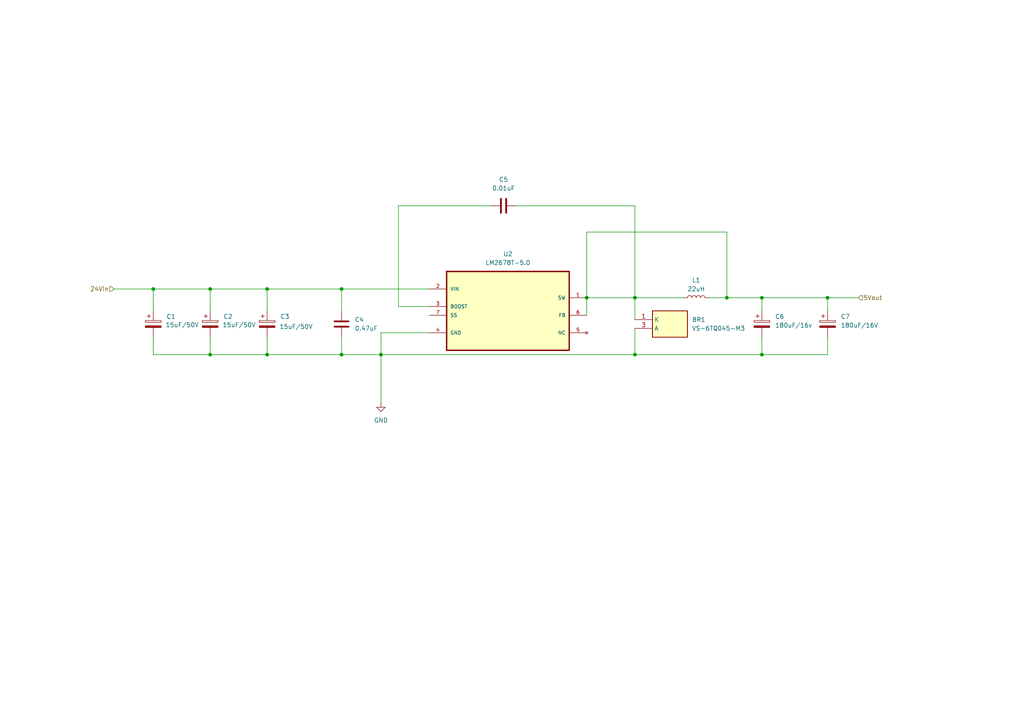
<source format=kicad_sch>
(kicad_sch
	(version 20231120)
	(generator "eeschema")
	(generator_version "8.0")
	(uuid "161c6356-5184-4868-90e2-16d6689b1f08")
	(paper "A4")
	(lib_symbols
		(symbol "Device:C"
			(pin_numbers hide)
			(pin_names
				(offset 0.254)
			)
			(exclude_from_sim no)
			(in_bom yes)
			(on_board yes)
			(property "Reference" "C"
				(at 0.635 2.54 0)
				(effects
					(font
						(size 1.27 1.27)
					)
					(justify left)
				)
			)
			(property "Value" "C"
				(at 0.635 -2.54 0)
				(effects
					(font
						(size 1.27 1.27)
					)
					(justify left)
				)
			)
			(property "Footprint" ""
				(at 0.9652 -3.81 0)
				(effects
					(font
						(size 1.27 1.27)
					)
					(hide yes)
				)
			)
			(property "Datasheet" "~"
				(at 0 0 0)
				(effects
					(font
						(size 1.27 1.27)
					)
					(hide yes)
				)
			)
			(property "Description" "Unpolarized capacitor"
				(at 0 0 0)
				(effects
					(font
						(size 1.27 1.27)
					)
					(hide yes)
				)
			)
			(property "ki_keywords" "cap capacitor"
				(at 0 0 0)
				(effects
					(font
						(size 1.27 1.27)
					)
					(hide yes)
				)
			)
			(property "ki_fp_filters" "C_*"
				(at 0 0 0)
				(effects
					(font
						(size 1.27 1.27)
					)
					(hide yes)
				)
			)
			(symbol "C_0_1"
				(polyline
					(pts
						(xy -2.032 -0.762) (xy 2.032 -0.762)
					)
					(stroke
						(width 0.508)
						(type default)
					)
					(fill
						(type none)
					)
				)
				(polyline
					(pts
						(xy -2.032 0.762) (xy 2.032 0.762)
					)
					(stroke
						(width 0.508)
						(type default)
					)
					(fill
						(type none)
					)
				)
			)
			(symbol "C_1_1"
				(pin passive line
					(at 0 3.81 270)
					(length 2.794)
					(name "~"
						(effects
							(font
								(size 1.27 1.27)
							)
						)
					)
					(number "1"
						(effects
							(font
								(size 1.27 1.27)
							)
						)
					)
				)
				(pin passive line
					(at 0 -3.81 90)
					(length 2.794)
					(name "~"
						(effects
							(font
								(size 1.27 1.27)
							)
						)
					)
					(number "2"
						(effects
							(font
								(size 1.27 1.27)
							)
						)
					)
				)
			)
		)
		(symbol "Device:C_Polarized"
			(pin_numbers hide)
			(pin_names
				(offset 0.254)
			)
			(exclude_from_sim no)
			(in_bom yes)
			(on_board yes)
			(property "Reference" "C"
				(at 0.635 2.54 0)
				(effects
					(font
						(size 1.27 1.27)
					)
					(justify left)
				)
			)
			(property "Value" "C_Polarized"
				(at 0.635 -2.54 0)
				(effects
					(font
						(size 1.27 1.27)
					)
					(justify left)
				)
			)
			(property "Footprint" ""
				(at 0.9652 -3.81 0)
				(effects
					(font
						(size 1.27 1.27)
					)
					(hide yes)
				)
			)
			(property "Datasheet" "~"
				(at 0 0 0)
				(effects
					(font
						(size 1.27 1.27)
					)
					(hide yes)
				)
			)
			(property "Description" "Polarized capacitor"
				(at 0 0 0)
				(effects
					(font
						(size 1.27 1.27)
					)
					(hide yes)
				)
			)
			(property "ki_keywords" "cap capacitor"
				(at 0 0 0)
				(effects
					(font
						(size 1.27 1.27)
					)
					(hide yes)
				)
			)
			(property "ki_fp_filters" "CP_*"
				(at 0 0 0)
				(effects
					(font
						(size 1.27 1.27)
					)
					(hide yes)
				)
			)
			(symbol "C_Polarized_0_1"
				(rectangle
					(start -2.286 0.508)
					(end 2.286 1.016)
					(stroke
						(width 0)
						(type default)
					)
					(fill
						(type none)
					)
				)
				(polyline
					(pts
						(xy -1.778 2.286) (xy -0.762 2.286)
					)
					(stroke
						(width 0)
						(type default)
					)
					(fill
						(type none)
					)
				)
				(polyline
					(pts
						(xy -1.27 2.794) (xy -1.27 1.778)
					)
					(stroke
						(width 0)
						(type default)
					)
					(fill
						(type none)
					)
				)
				(rectangle
					(start 2.286 -0.508)
					(end -2.286 -1.016)
					(stroke
						(width 0)
						(type default)
					)
					(fill
						(type outline)
					)
				)
			)
			(symbol "C_Polarized_1_1"
				(pin passive line
					(at 0 3.81 270)
					(length 2.794)
					(name "~"
						(effects
							(font
								(size 1.27 1.27)
							)
						)
					)
					(number "1"
						(effects
							(font
								(size 1.27 1.27)
							)
						)
					)
				)
				(pin passive line
					(at 0 -3.81 90)
					(length 2.794)
					(name "~"
						(effects
							(font
								(size 1.27 1.27)
							)
						)
					)
					(number "2"
						(effects
							(font
								(size 1.27 1.27)
							)
						)
					)
				)
			)
		)
		(symbol "Device:L"
			(pin_numbers hide)
			(pin_names
				(offset 1.016) hide)
			(exclude_from_sim no)
			(in_bom yes)
			(on_board yes)
			(property "Reference" "L"
				(at -1.27 0 90)
				(effects
					(font
						(size 1.27 1.27)
					)
				)
			)
			(property "Value" "L"
				(at 1.905 0 90)
				(effects
					(font
						(size 1.27 1.27)
					)
				)
			)
			(property "Footprint" ""
				(at 0 0 0)
				(effects
					(font
						(size 1.27 1.27)
					)
					(hide yes)
				)
			)
			(property "Datasheet" "~"
				(at 0 0 0)
				(effects
					(font
						(size 1.27 1.27)
					)
					(hide yes)
				)
			)
			(property "Description" "Inductor"
				(at 0 0 0)
				(effects
					(font
						(size 1.27 1.27)
					)
					(hide yes)
				)
			)
			(property "ki_keywords" "inductor choke coil reactor magnetic"
				(at 0 0 0)
				(effects
					(font
						(size 1.27 1.27)
					)
					(hide yes)
				)
			)
			(property "ki_fp_filters" "Choke_* *Coil* Inductor_* L_*"
				(at 0 0 0)
				(effects
					(font
						(size 1.27 1.27)
					)
					(hide yes)
				)
			)
			(symbol "L_0_1"
				(arc
					(start 0 -2.54)
					(mid 0.6323 -1.905)
					(end 0 -1.27)
					(stroke
						(width 0)
						(type default)
					)
					(fill
						(type none)
					)
				)
				(arc
					(start 0 -1.27)
					(mid 0.6323 -0.635)
					(end 0 0)
					(stroke
						(width 0)
						(type default)
					)
					(fill
						(type none)
					)
				)
				(arc
					(start 0 0)
					(mid 0.6323 0.635)
					(end 0 1.27)
					(stroke
						(width 0)
						(type default)
					)
					(fill
						(type none)
					)
				)
				(arc
					(start 0 1.27)
					(mid 0.6323 1.905)
					(end 0 2.54)
					(stroke
						(width 0)
						(type default)
					)
					(fill
						(type none)
					)
				)
			)
			(symbol "L_1_1"
				(pin passive line
					(at 0 3.81 270)
					(length 1.27)
					(name "1"
						(effects
							(font
								(size 1.27 1.27)
							)
						)
					)
					(number "1"
						(effects
							(font
								(size 1.27 1.27)
							)
						)
					)
				)
				(pin passive line
					(at 0 -3.81 90)
					(length 1.27)
					(name "2"
						(effects
							(font
								(size 1.27 1.27)
							)
						)
					)
					(number "2"
						(effects
							(font
								(size 1.27 1.27)
							)
						)
					)
				)
			)
		)
		(symbol "LM2678T-5.0:LM2678T-5.0"
			(pin_names
				(offset 1.016)
			)
			(exclude_from_sim no)
			(in_bom yes)
			(on_board yes)
			(property "Reference" "U"
				(at -4.7771 8.6648 0)
				(effects
					(font
						(size 1.27 1.27)
					)
					(justify left bottom)
				)
			)
			(property "Value" "LM2678T-5.0"
				(at -5.8724 -18.0749 0)
				(effects
					(font
						(size 1.27 1.27)
					)
					(justify left bottom)
				)
			)
			(property "Footprint" "LM2678T-5.0:TO127P457X1016X2052-7P"
				(at 0 0 0)
				(effects
					(font
						(size 1.27 1.27)
					)
					(justify bottom)
					(hide yes)
				)
			)
			(property "Datasheet" ""
				(at 0 0 0)
				(effects
					(font
						(size 1.27 1.27)
					)
					(hide yes)
				)
			)
			(property "Description" ""
				(at 0 0 0)
				(effects
					(font
						(size 1.27 1.27)
					)
					(hide yes)
				)
			)
			(property "MF" "Texas Instruments"
				(at 0 0 0)
				(effects
					(font
						(size 1.27 1.27)
					)
					(justify bottom)
					(hide yes)
				)
			)
			(property "Description_1" "\n8V to 40V, 5A SIMPLE SWITCHER buck converter with high efficiency 7-TO-220 -40 to 125\n"
				(at 0 0 0)
				(effects
					(font
						(size 1.27 1.27)
					)
					(justify bottom)
					(hide yes)
				)
			)
			(property "PACKAGE" "TO-220-7"
				(at 0 0 0)
				(effects
					(font
						(size 1.27 1.27)
					)
					(justify bottom)
					(hide yes)
				)
			)
			(property "MPN" "LLM2678T-5.0"
				(at 0 0 0)
				(effects
					(font
						(size 1.27 1.27)
					)
					(justify bottom)
					(hide yes)
				)
			)
			(property "Price" "None"
				(at 0 0 0)
				(effects
					(font
						(size 1.27 1.27)
					)
					(justify bottom)
					(hide yes)
				)
			)
			(property "Package" "TO-220-7 Texas Instruments"
				(at 0 0 0)
				(effects
					(font
						(size 1.27 1.27)
					)
					(justify bottom)
					(hide yes)
				)
			)
			(property "OC_FARNELL" "9778365"
				(at 0 0 0)
				(effects
					(font
						(size 1.27 1.27)
					)
					(justify bottom)
					(hide yes)
				)
			)
			(property "SnapEDA_Link" "https://www.snapeda.com/parts/LM2678T-5.0/Texas+Instruments/view-part/?ref=snap"
				(at 0 0 0)
				(effects
					(font
						(size 1.27 1.27)
					)
					(justify bottom)
					(hide yes)
				)
			)
			(property "MP" "LM2678T-5.0"
				(at 0 0 0)
				(effects
					(font
						(size 1.27 1.27)
					)
					(justify bottom)
					(hide yes)
				)
			)
			(property "Purchase-URL" "https://www.snapeda.com/api/url_track_click_mouser/?unipart_id=23898&manufacturer=Texas Instruments&part_name=LM2678T-5.0&search_term=None"
				(at 0 0 0)
				(effects
					(font
						(size 1.27 1.27)
					)
					(justify bottom)
					(hide yes)
				)
			)
			(property "SUPPLIER" "NATIONAL SEMICONDUCTOR"
				(at 0 0 0)
				(effects
					(font
						(size 1.27 1.27)
					)
					(justify bottom)
					(hide yes)
				)
			)
			(property "OC_NEWARK" "41K4208"
				(at 0 0 0)
				(effects
					(font
						(size 1.27 1.27)
					)
					(justify bottom)
					(hide yes)
				)
			)
			(property "Availability" "In Stock"
				(at 0 0 0)
				(effects
					(font
						(size 1.27 1.27)
					)
					(justify bottom)
					(hide yes)
				)
			)
			(property "Check_prices" "https://www.snapeda.com/parts/LM2678T-5.0/Texas+Instruments/view-part/?ref=eda"
				(at 0 0 0)
				(effects
					(font
						(size 1.27 1.27)
					)
					(justify bottom)
					(hide yes)
				)
			)
			(symbol "LM2678T-5.0_0_0"
				(rectangle
					(start -17.78 -15.24)
					(end 17.78 7.62)
					(stroke
						(width 0.4064)
						(type default)
					)
					(fill
						(type background)
					)
				)
				(pin output line
					(at 22.86 0 180)
					(length 5.08)
					(name "SW"
						(effects
							(font
								(size 1.016 1.016)
							)
						)
					)
					(number "1"
						(effects
							(font
								(size 1.016 1.016)
							)
						)
					)
				)
				(pin input line
					(at -22.86 2.54 0)
					(length 5.08)
					(name "VIN"
						(effects
							(font
								(size 1.016 1.016)
							)
						)
					)
					(number "2"
						(effects
							(font
								(size 1.016 1.016)
							)
						)
					)
				)
				(pin passive line
					(at -22.86 -2.54 0)
					(length 5.08)
					(name "BOOST"
						(effects
							(font
								(size 1.016 1.016)
							)
						)
					)
					(number "3"
						(effects
							(font
								(size 1.016 1.016)
							)
						)
					)
				)
				(pin passive line
					(at -22.86 -10.16 0)
					(length 5.08)
					(name "GND"
						(effects
							(font
								(size 1.016 1.016)
							)
						)
					)
					(number "4"
						(effects
							(font
								(size 1.016 1.016)
							)
						)
					)
				)
				(pin no_connect line
					(at 22.86 -10.16 180)
					(length 5.08)
					(name "NC"
						(effects
							(font
								(size 1.016 1.016)
							)
						)
					)
					(number "5"
						(effects
							(font
								(size 1.016 1.016)
							)
						)
					)
				)
				(pin passive line
					(at 22.86 -5.08 180)
					(length 5.08)
					(name "FB"
						(effects
							(font
								(size 1.016 1.016)
							)
						)
					)
					(number "6"
						(effects
							(font
								(size 1.016 1.016)
							)
						)
					)
				)
				(pin passive line
					(at -22.86 -5.08 0)
					(length 5.08)
					(name "SS"
						(effects
							(font
								(size 1.016 1.016)
							)
						)
					)
					(number "7"
						(effects
							(font
								(size 1.016 1.016)
							)
						)
					)
				)
			)
		)
		(symbol "VS-6TQ045-M3:VS-6TQ045-M3"
			(exclude_from_sim no)
			(in_bom yes)
			(on_board yes)
			(property "Reference" "BR"
				(at 16.51 7.62 0)
				(effects
					(font
						(size 1.27 1.27)
					)
					(justify left top)
				)
			)
			(property "Value" "VS-6TQ045-M3"
				(at 16.51 5.08 0)
				(effects
					(font
						(size 1.27 1.27)
					)
					(justify left top)
				)
			)
			(property "Footprint" "VS6TQ045M3"
				(at 16.51 -94.92 0)
				(effects
					(font
						(size 1.27 1.27)
					)
					(justify left top)
					(hide yes)
				)
			)
			(property "Datasheet" "https://www.mouser.ch/datasheet/2/427/vs-6tq035-m3-1769696.pdf"
				(at 16.51 -194.92 0)
				(effects
					(font
						(size 1.27 1.27)
					)
					(justify left top)
					(hide yes)
				)
			)
			(property "Description" "Schottky Diodes & Rectifiers 45V 6A IF Single TO-220AC"
				(at 0 0 0)
				(effects
					(font
						(size 1.27 1.27)
					)
					(hide yes)
				)
			)
			(property "Height" "19.17"
				(at 16.51 -394.92 0)
				(effects
					(font
						(size 1.27 1.27)
					)
					(justify left top)
					(hide yes)
				)
			)
			(property "Mouser Part Number" "78-VS-6TQ045-M3"
				(at 16.51 -494.92 0)
				(effects
					(font
						(size 1.27 1.27)
					)
					(justify left top)
					(hide yes)
				)
			)
			(property "Mouser Price/Stock" "https://www.mouser.co.uk/ProductDetail/Vishay-Semiconductors/VS-6TQ045-M3?qs=MLItCLRbWswl6FGWefy0tQ%3D%3D"
				(at 16.51 -594.92 0)
				(effects
					(font
						(size 1.27 1.27)
					)
					(justify left top)
					(hide yes)
				)
			)
			(property "Manufacturer_Name" "Vishay"
				(at 16.51 -694.92 0)
				(effects
					(font
						(size 1.27 1.27)
					)
					(justify left top)
					(hide yes)
				)
			)
			(property "Manufacturer_Part_Number" "VS-6TQ045-M3"
				(at 16.51 -794.92 0)
				(effects
					(font
						(size 1.27 1.27)
					)
					(justify left top)
					(hide yes)
				)
			)
			(symbol "VS-6TQ045-M3_1_1"
				(rectangle
					(start 5.08 2.54)
					(end 15.24 -5.08)
					(stroke
						(width 0.254)
						(type default)
					)
					(fill
						(type background)
					)
				)
				(pin passive line
					(at 0 0 0)
					(length 5.08)
					(name "K"
						(effects
							(font
								(size 1.27 1.27)
							)
						)
					)
					(number "1"
						(effects
							(font
								(size 1.27 1.27)
							)
						)
					)
				)
				(pin passive line
					(at 0 -2.54 0)
					(length 5.08)
					(name "A"
						(effects
							(font
								(size 1.27 1.27)
							)
						)
					)
					(number "3"
						(effects
							(font
								(size 1.27 1.27)
							)
						)
					)
				)
			)
		)
		(symbol "power:GND"
			(power)
			(pin_numbers hide)
			(pin_names
				(offset 0) hide)
			(exclude_from_sim no)
			(in_bom yes)
			(on_board yes)
			(property "Reference" "#PWR"
				(at 0 -6.35 0)
				(effects
					(font
						(size 1.27 1.27)
					)
					(hide yes)
				)
			)
			(property "Value" "GND"
				(at 0 -3.81 0)
				(effects
					(font
						(size 1.27 1.27)
					)
				)
			)
			(property "Footprint" ""
				(at 0 0 0)
				(effects
					(font
						(size 1.27 1.27)
					)
					(hide yes)
				)
			)
			(property "Datasheet" ""
				(at 0 0 0)
				(effects
					(font
						(size 1.27 1.27)
					)
					(hide yes)
				)
			)
			(property "Description" "Power symbol creates a global label with name \"GND\" , ground"
				(at 0 0 0)
				(effects
					(font
						(size 1.27 1.27)
					)
					(hide yes)
				)
			)
			(property "ki_keywords" "global power"
				(at 0 0 0)
				(effects
					(font
						(size 1.27 1.27)
					)
					(hide yes)
				)
			)
			(symbol "GND_0_1"
				(polyline
					(pts
						(xy 0 0) (xy 0 -1.27) (xy 1.27 -1.27) (xy 0 -2.54) (xy -1.27 -1.27) (xy 0 -1.27)
					)
					(stroke
						(width 0)
						(type default)
					)
					(fill
						(type none)
					)
				)
			)
			(symbol "GND_1_1"
				(pin power_in line
					(at 0 0 270)
					(length 0)
					(name "~"
						(effects
							(font
								(size 1.27 1.27)
							)
						)
					)
					(number "1"
						(effects
							(font
								(size 1.27 1.27)
							)
						)
					)
				)
			)
		)
	)
	(junction
		(at 110.49 102.87)
		(diameter 0)
		(color 0 0 0 0)
		(uuid "00ee67c7-9386-4319-bda8-25ef3ed7c418")
	)
	(junction
		(at 77.47 83.82)
		(diameter 0)
		(color 0 0 0 0)
		(uuid "202a1246-7f59-4cc8-92bb-b22ae472417a")
	)
	(junction
		(at 77.47 102.87)
		(diameter 0)
		(color 0 0 0 0)
		(uuid "24f180da-b605-4f7c-9509-cc543fa64940")
	)
	(junction
		(at 184.15 86.36)
		(diameter 0)
		(color 0 0 0 0)
		(uuid "38a1968d-7f70-4dbe-b6b2-1f0e01533afa")
	)
	(junction
		(at 184.15 102.87)
		(diameter 0)
		(color 0 0 0 0)
		(uuid "47c34d7f-4907-4ad8-ae94-2732bb05ebd6")
	)
	(junction
		(at 210.82 86.36)
		(diameter 0)
		(color 0 0 0 0)
		(uuid "49a46bc8-44ee-4a45-80c3-a516d1195c3b")
	)
	(junction
		(at 44.45 83.82)
		(diameter 0)
		(color 0 0 0 0)
		(uuid "5615df27-f1eb-4d6f-b031-9b0a76ef93f0")
	)
	(junction
		(at 99.06 83.82)
		(diameter 0)
		(color 0 0 0 0)
		(uuid "565efb9c-7bde-4276-8e15-efc7e7bd12a0")
	)
	(junction
		(at 240.03 86.36)
		(diameter 0)
		(color 0 0 0 0)
		(uuid "8f8f47db-2c03-483c-a372-99c1a183ab56")
	)
	(junction
		(at 60.96 83.82)
		(diameter 0)
		(color 0 0 0 0)
		(uuid "908e5566-3130-49b6-9fd2-b123aacd4022")
	)
	(junction
		(at 60.96 102.87)
		(diameter 0)
		(color 0 0 0 0)
		(uuid "a1c755cc-b48d-48be-91ef-b5cbf21c1c61")
	)
	(junction
		(at 170.18 86.36)
		(diameter 0)
		(color 0 0 0 0)
		(uuid "dda59c05-fcda-4daf-8698-30eeead5d101")
	)
	(junction
		(at 220.98 86.36)
		(diameter 0)
		(color 0 0 0 0)
		(uuid "f88355c6-98a1-48f7-b2ed-4ac2ec5bac93")
	)
	(junction
		(at 99.06 102.87)
		(diameter 0)
		(color 0 0 0 0)
		(uuid "fb99f140-a92b-4e38-8432-42715a448243")
	)
	(junction
		(at 220.98 102.87)
		(diameter 0)
		(color 0 0 0 0)
		(uuid "fc61b9ca-d5ab-4d36-8857-6cd52d6b1084")
	)
	(wire
		(pts
			(xy 99.06 97.79) (xy 99.06 102.87)
		)
		(stroke
			(width 0)
			(type default)
		)
		(uuid "054b353f-5d71-4cfa-b563-71cec4cd9c73")
	)
	(wire
		(pts
			(xy 170.18 86.36) (xy 170.18 67.31)
		)
		(stroke
			(width 0)
			(type default)
		)
		(uuid "0db637ce-4f01-4143-91b3-0a957ec6f6bb")
	)
	(wire
		(pts
			(xy 33.02 83.82) (xy 44.45 83.82)
		)
		(stroke
			(width 0)
			(type default)
		)
		(uuid "100aa017-6989-474e-b4b8-894a55e7ab49")
	)
	(wire
		(pts
			(xy 115.57 88.9) (xy 115.57 59.69)
		)
		(stroke
			(width 0)
			(type default)
		)
		(uuid "1bea4fc8-b147-478c-8634-028c8b2fa35d")
	)
	(wire
		(pts
			(xy 210.82 86.36) (xy 220.98 86.36)
		)
		(stroke
			(width 0)
			(type default)
		)
		(uuid "1eeb72a6-b677-404e-bb32-55855478d3eb")
	)
	(wire
		(pts
			(xy 170.18 67.31) (xy 210.82 67.31)
		)
		(stroke
			(width 0)
			(type default)
		)
		(uuid "258075bf-447a-4e76-8ad7-f50e5a5893d6")
	)
	(wire
		(pts
			(xy 110.49 102.87) (xy 110.49 96.52)
		)
		(stroke
			(width 0)
			(type default)
		)
		(uuid "26eaa6e4-803a-42e4-bcbf-ac9ed649d783")
	)
	(wire
		(pts
			(xy 110.49 96.52) (xy 124.46 96.52)
		)
		(stroke
			(width 0)
			(type default)
		)
		(uuid "2a048194-b559-4106-b762-b9b92ac7cff2")
	)
	(wire
		(pts
			(xy 60.96 83.82) (xy 60.96 90.17)
		)
		(stroke
			(width 0)
			(type default)
		)
		(uuid "2a30f976-925e-4475-8af7-ea85465742a1")
	)
	(wire
		(pts
			(xy 115.57 59.69) (xy 142.24 59.69)
		)
		(stroke
			(width 0)
			(type default)
		)
		(uuid "35406493-31de-43ab-be73-8b9559c928a2")
	)
	(wire
		(pts
			(xy 240.03 86.36) (xy 240.03 90.17)
		)
		(stroke
			(width 0)
			(type default)
		)
		(uuid "35531570-cbaa-42e7-b765-563642adf0e2")
	)
	(wire
		(pts
			(xy 220.98 102.87) (xy 240.03 102.87)
		)
		(stroke
			(width 0)
			(type default)
		)
		(uuid "3cbc255f-9ff3-4241-9453-2c6c79938ca3")
	)
	(wire
		(pts
			(xy 60.96 97.79) (xy 60.96 102.87)
		)
		(stroke
			(width 0)
			(type default)
		)
		(uuid "3f331618-eedf-480a-b876-86eda23f330e")
	)
	(wire
		(pts
			(xy 99.06 102.87) (xy 110.49 102.87)
		)
		(stroke
			(width 0)
			(type default)
		)
		(uuid "4b605742-2918-4508-b070-129fa0e0201d")
	)
	(wire
		(pts
			(xy 99.06 83.82) (xy 124.46 83.82)
		)
		(stroke
			(width 0)
			(type default)
		)
		(uuid "507768e6-e8b6-4bb3-aef1-1f7e6ad87793")
	)
	(wire
		(pts
			(xy 110.49 116.84) (xy 110.49 102.87)
		)
		(stroke
			(width 0)
			(type default)
		)
		(uuid "59c36bc9-ff27-4029-80af-a3de041f28d4")
	)
	(wire
		(pts
			(xy 44.45 83.82) (xy 60.96 83.82)
		)
		(stroke
			(width 0)
			(type default)
		)
		(uuid "5c25079a-034d-4fbe-8ddc-e97bd6834226")
	)
	(wire
		(pts
			(xy 44.45 97.79) (xy 44.45 102.87)
		)
		(stroke
			(width 0)
			(type default)
		)
		(uuid "5f42ba29-c483-4a42-b1a3-5f7546544347")
	)
	(wire
		(pts
			(xy 184.15 86.36) (xy 184.15 92.71)
		)
		(stroke
			(width 0)
			(type default)
		)
		(uuid "683d3c83-bcb8-400e-a3dc-b0bae5748f35")
	)
	(wire
		(pts
			(xy 184.15 95.25) (xy 184.15 102.87)
		)
		(stroke
			(width 0)
			(type default)
		)
		(uuid "6fcf7bad-1919-42bb-9d73-ed1271a1893d")
	)
	(wire
		(pts
			(xy 210.82 86.36) (xy 205.74 86.36)
		)
		(stroke
			(width 0)
			(type default)
		)
		(uuid "7bdc83d1-fca0-44cd-8343-3060cc098dcc")
	)
	(wire
		(pts
			(xy 220.98 86.36) (xy 220.98 90.17)
		)
		(stroke
			(width 0)
			(type default)
		)
		(uuid "91dd4ffc-c0ad-4ff4-b0b4-449d7032fe45")
	)
	(wire
		(pts
			(xy 44.45 83.82) (xy 44.45 90.17)
		)
		(stroke
			(width 0)
			(type default)
		)
		(uuid "95a9929a-4059-4b5f-bc28-957ff801b646")
	)
	(wire
		(pts
			(xy 44.45 102.87) (xy 60.96 102.87)
		)
		(stroke
			(width 0)
			(type default)
		)
		(uuid "95fb7aee-6dd1-4e79-9e16-89d717f42109")
	)
	(wire
		(pts
			(xy 149.86 59.69) (xy 184.15 59.69)
		)
		(stroke
			(width 0)
			(type default)
		)
		(uuid "96c57cf0-caa7-4d97-923a-8b540dcf2a60")
	)
	(wire
		(pts
			(xy 240.03 102.87) (xy 240.03 97.79)
		)
		(stroke
			(width 0)
			(type default)
		)
		(uuid "9e5e3f50-6358-42c5-9799-6bee7e21920d")
	)
	(wire
		(pts
			(xy 184.15 86.36) (xy 198.12 86.36)
		)
		(stroke
			(width 0)
			(type default)
		)
		(uuid "a8ebc4d8-0d41-4e30-9a00-4b4f61fc7b32")
	)
	(wire
		(pts
			(xy 170.18 91.44) (xy 170.18 86.36)
		)
		(stroke
			(width 0)
			(type default)
		)
		(uuid "b31c0c01-6803-4faf-93c9-a6fd4853b92d")
	)
	(wire
		(pts
			(xy 77.47 83.82) (xy 99.06 83.82)
		)
		(stroke
			(width 0)
			(type default)
		)
		(uuid "b432a94f-3f3b-4fe2-ab26-56ac235a8cea")
	)
	(wire
		(pts
			(xy 60.96 83.82) (xy 77.47 83.82)
		)
		(stroke
			(width 0)
			(type default)
		)
		(uuid "b4f91477-0d9d-4dcf-8d1b-be97336c8c6a")
	)
	(wire
		(pts
			(xy 99.06 83.82) (xy 99.06 90.17)
		)
		(stroke
			(width 0)
			(type default)
		)
		(uuid "b6c1e253-2841-44e3-a3a0-5643d6371a01")
	)
	(wire
		(pts
			(xy 77.47 97.79) (xy 77.47 102.87)
		)
		(stroke
			(width 0)
			(type default)
		)
		(uuid "c18f9744-f669-4bc9-b566-aea50072e354")
	)
	(wire
		(pts
			(xy 60.96 102.87) (xy 77.47 102.87)
		)
		(stroke
			(width 0)
			(type default)
		)
		(uuid "c44f3c07-b5ff-40c2-9594-afbc9e6993da")
	)
	(wire
		(pts
			(xy 210.82 67.31) (xy 210.82 86.36)
		)
		(stroke
			(width 0)
			(type default)
		)
		(uuid "c9877079-4040-47da-8733-5f0b54503eaf")
	)
	(wire
		(pts
			(xy 184.15 102.87) (xy 220.98 102.87)
		)
		(stroke
			(width 0)
			(type default)
		)
		(uuid "cf0ce929-8ed8-46f9-9f4f-329762b17b20")
	)
	(wire
		(pts
			(xy 170.18 86.36) (xy 184.15 86.36)
		)
		(stroke
			(width 0)
			(type default)
		)
		(uuid "cfca54b4-a620-438c-8ffc-9ddd242031eb")
	)
	(wire
		(pts
			(xy 240.03 86.36) (xy 248.92 86.36)
		)
		(stroke
			(width 0)
			(type default)
		)
		(uuid "d15cbef2-02f5-46e0-8c44-68f705800760")
	)
	(wire
		(pts
			(xy 184.15 102.87) (xy 110.49 102.87)
		)
		(stroke
			(width 0)
			(type default)
		)
		(uuid "d1768a99-9230-47a2-b2af-545d89926489")
	)
	(wire
		(pts
			(xy 77.47 83.82) (xy 77.47 90.17)
		)
		(stroke
			(width 0)
			(type default)
		)
		(uuid "d2ad773a-524a-4434-97c2-2b508f7b5347")
	)
	(wire
		(pts
			(xy 220.98 86.36) (xy 240.03 86.36)
		)
		(stroke
			(width 0)
			(type default)
		)
		(uuid "d41b219b-36f1-4dbe-b544-d625b49d8f8d")
	)
	(wire
		(pts
			(xy 77.47 102.87) (xy 99.06 102.87)
		)
		(stroke
			(width 0)
			(type default)
		)
		(uuid "d7b797c1-39f5-4cd3-ba4f-b22cb62b7638")
	)
	(wire
		(pts
			(xy 220.98 102.87) (xy 220.98 97.79)
		)
		(stroke
			(width 0)
			(type default)
		)
		(uuid "f48a70f1-2746-40e7-99a7-7510f08670d2")
	)
	(wire
		(pts
			(xy 184.15 59.69) (xy 184.15 86.36)
		)
		(stroke
			(width 0)
			(type default)
		)
		(uuid "f914083b-fe5b-4357-91f3-e16f8a657cc1")
	)
	(wire
		(pts
			(xy 124.46 88.9) (xy 115.57 88.9)
		)
		(stroke
			(width 0)
			(type default)
		)
		(uuid "fa3c188e-5c72-43f5-a023-f50c0b31ace7")
	)
	(hierarchical_label "5Vout"
		(shape input)
		(at 248.92 86.36 0)
		(fields_autoplaced yes)
		(effects
			(font
				(size 1.27 1.27)
			)
			(justify left)
		)
		(uuid "5ace1e7e-4771-4141-a7c1-be8d62f31c03")
	)
	(hierarchical_label "24Vin"
		(shape input)
		(at 33.02 83.82 180)
		(fields_autoplaced yes)
		(effects
			(font
				(size 1.27 1.27)
			)
			(justify right)
		)
		(uuid "d3003f9f-f6b6-4edb-8859-872bfd28a19e")
	)
	(symbol
		(lib_id "Device:C_Polarized")
		(at 220.98 93.98 0)
		(unit 1)
		(exclude_from_sim no)
		(in_bom yes)
		(on_board yes)
		(dnp no)
		(fields_autoplaced yes)
		(uuid "5a372ace-1b35-4ae8-a6ed-6053818a12e7")
		(property "Reference" "C6"
			(at 224.79 91.8209 0)
			(effects
				(font
					(size 1.27 1.27)
				)
				(justify left)
			)
		)
		(property "Value" "180uF/16v"
			(at 224.79 94.3609 0)
			(effects
				(font
					(size 1.27 1.27)
				)
				(justify left)
			)
		)
		(property "Footprint" "595D187X9016R2T:CAPPC5958X380N"
			(at 221.9452 97.79 0)
			(effects
				(font
					(size 1.27 1.27)
				)
				(hide yes)
			)
		)
		(property "Datasheet" "~"
			(at 220.98 93.98 0)
			(effects
				(font
					(size 1.27 1.27)
				)
				(hide yes)
			)
		)
		(property "Description" "Polarized capacitor"
			(at 220.98 93.98 0)
			(effects
				(font
					(size 1.27 1.27)
				)
				(hide yes)
			)
		)
		(pin "2"
			(uuid "aa6ac109-5b81-4d68-befb-6c19f7471069")
		)
		(pin "1"
			(uuid "cc910c33-7bec-434b-b9d9-3fd48d4d8a5c")
		)
		(instances
			(project ""
				(path "/e63e39d7-6ac0-4ffd-8aa3-1841a4541b55/c839fe91-2506-46fd-9965-1935b91ff0f7"
					(reference "C6")
					(unit 1)
				)
			)
		)
	)
	(symbol
		(lib_id "power:GND")
		(at 110.49 116.84 0)
		(unit 1)
		(exclude_from_sim no)
		(in_bom yes)
		(on_board yes)
		(dnp no)
		(fields_autoplaced yes)
		(uuid "6c19172b-e034-48db-9476-dd6a7fe6238c")
		(property "Reference" "#PWR02"
			(at 110.49 123.19 0)
			(effects
				(font
					(size 1.27 1.27)
				)
				(hide yes)
			)
		)
		(property "Value" "GND"
			(at 110.49 121.92 0)
			(effects
				(font
					(size 1.27 1.27)
				)
			)
		)
		(property "Footprint" ""
			(at 110.49 116.84 0)
			(effects
				(font
					(size 1.27 1.27)
				)
				(hide yes)
			)
		)
		(property "Datasheet" ""
			(at 110.49 116.84 0)
			(effects
				(font
					(size 1.27 1.27)
				)
				(hide yes)
			)
		)
		(property "Description" "Power symbol creates a global label with name \"GND\" , ground"
			(at 110.49 116.84 0)
			(effects
				(font
					(size 1.27 1.27)
				)
				(hide yes)
			)
		)
		(pin "1"
			(uuid "829a28b0-2faa-4faf-bb8c-9457f76a4b0a")
		)
		(instances
			(project ""
				(path "/e63e39d7-6ac0-4ffd-8aa3-1841a4541b55/c839fe91-2506-46fd-9965-1935b91ff0f7"
					(reference "#PWR02")
					(unit 1)
				)
			)
		)
	)
	(symbol
		(lib_id "Device:C_Polarized")
		(at 60.96 93.98 0)
		(unit 1)
		(exclude_from_sim no)
		(in_bom yes)
		(on_board yes)
		(dnp no)
		(uuid "7edff938-1e9f-4091-8503-3df8350a9c1e")
		(property "Reference" "C2"
			(at 64.77 91.8209 0)
			(effects
				(font
					(size 1.27 1.27)
				)
				(justify left)
			)
		)
		(property "Value" "15uF/50V"
			(at 64.516 94.234 0)
			(effects
				(font
					(size 1.27 1.27)
				)
				(justify left)
			)
		)
		(property "Footprint" "AHA0608150M050R:CAPAE660X850N"
			(at 61.9252 97.79 0)
			(effects
				(font
					(size 1.27 1.27)
				)
				(hide yes)
			)
		)
		(property "Datasheet" "~"
			(at 60.96 93.98 0)
			(effects
				(font
					(size 1.27 1.27)
				)
				(hide yes)
			)
		)
		(property "Description" "Polarized capacitor"
			(at 60.96 93.98 0)
			(effects
				(font
					(size 1.27 1.27)
				)
				(hide yes)
			)
		)
		(pin "2"
			(uuid "ecff77b4-e474-4bc9-8c00-d2d88182d947")
		)
		(pin "1"
			(uuid "0a285915-848f-4e19-ad5a-8b3c5d0dc312")
		)
		(instances
			(project ""
				(path "/e63e39d7-6ac0-4ffd-8aa3-1841a4541b55/c839fe91-2506-46fd-9965-1935b91ff0f7"
					(reference "C2")
					(unit 1)
				)
			)
		)
	)
	(symbol
		(lib_id "Device:C")
		(at 146.05 59.69 270)
		(unit 1)
		(exclude_from_sim no)
		(in_bom yes)
		(on_board yes)
		(dnp no)
		(fields_autoplaced yes)
		(uuid "85de46a4-f59d-4016-89aa-6c1667feac1d")
		(property "Reference" "C5"
			(at 146.05 52.07 90)
			(effects
				(font
					(size 1.27 1.27)
				)
			)
		)
		(property "Value" "0.01uF"
			(at 146.05 54.61 90)
			(effects
				(font
					(size 1.27 1.27)
				)
			)
		)
		(property "Footprint" "Capacitor_SMD:C_0201_0603Metric"
			(at 142.24 60.6552 0)
			(effects
				(font
					(size 1.27 1.27)
				)
				(hide yes)
			)
		)
		(property "Datasheet" "~"
			(at 146.05 59.69 0)
			(effects
				(font
					(size 1.27 1.27)
				)
				(hide yes)
			)
		)
		(property "Description" "Unpolarized capacitor"
			(at 146.05 59.69 0)
			(effects
				(font
					(size 1.27 1.27)
				)
				(hide yes)
			)
		)
		(pin "1"
			(uuid "faa94c10-d916-4351-b42b-4ad36d262865")
		)
		(pin "2"
			(uuid "ae8e387f-c732-41d3-90cc-b42e0bf366e1")
		)
		(instances
			(project ""
				(path "/e63e39d7-6ac0-4ffd-8aa3-1841a4541b55/c839fe91-2506-46fd-9965-1935b91ff0f7"
					(reference "C5")
					(unit 1)
				)
			)
		)
	)
	(symbol
		(lib_id "Device:C_Polarized")
		(at 77.47 93.98 0)
		(unit 1)
		(exclude_from_sim no)
		(in_bom yes)
		(on_board yes)
		(dnp no)
		(uuid "8ebc5f82-421c-4737-96cd-012d55744671")
		(property "Reference" "C3"
			(at 81.28 91.8209 0)
			(effects
				(font
					(size 1.27 1.27)
				)
				(justify left)
			)
		)
		(property "Value" "15uF/50V"
			(at 81.026 94.742 0)
			(effects
				(font
					(size 1.27 1.27)
				)
				(justify left)
			)
		)
		(property "Footprint" "AHA0608150M050R:CAPAE660X850N"
			(at 78.4352 97.79 0)
			(effects
				(font
					(size 1.27 1.27)
				)
				(hide yes)
			)
		)
		(property "Datasheet" "~"
			(at 77.47 93.98 0)
			(effects
				(font
					(size 1.27 1.27)
				)
				(hide yes)
			)
		)
		(property "Description" "Polarized capacitor"
			(at 77.47 93.98 0)
			(effects
				(font
					(size 1.27 1.27)
				)
				(hide yes)
			)
		)
		(pin "1"
			(uuid "b12623e8-aee7-4d39-a2f2-1d1fadbdfe92")
		)
		(pin "2"
			(uuid "b23bb7af-64c8-4f42-ac1d-59726c5bf8d0")
		)
		(instances
			(project ""
				(path "/e63e39d7-6ac0-4ffd-8aa3-1841a4541b55/c839fe91-2506-46fd-9965-1935b91ff0f7"
					(reference "C3")
					(unit 1)
				)
			)
		)
	)
	(symbol
		(lib_id "Device:C")
		(at 99.06 93.98 0)
		(unit 1)
		(exclude_from_sim no)
		(in_bom yes)
		(on_board yes)
		(dnp no)
		(fields_autoplaced yes)
		(uuid "9139976c-1c12-4ccd-8ecb-8291c55f9a04")
		(property "Reference" "C4"
			(at 102.87 92.7099 0)
			(effects
				(font
					(size 1.27 1.27)
				)
				(justify left)
			)
		)
		(property "Value" "0.47uF"
			(at 102.87 95.2499 0)
			(effects
				(font
					(size 1.27 1.27)
				)
				(justify left)
			)
		)
		(property "Footprint" "KAF31ER71H474KL:CAPC3216X152N"
			(at 100.0252 97.79 0)
			(effects
				(font
					(size 1.27 1.27)
				)
				(hide yes)
			)
		)
		(property "Datasheet" "~"
			(at 99.06 93.98 0)
			(effects
				(font
					(size 1.27 1.27)
				)
				(hide yes)
			)
		)
		(property "Description" "Unpolarized capacitor"
			(at 99.06 93.98 0)
			(effects
				(font
					(size 1.27 1.27)
				)
				(hide yes)
			)
		)
		(pin "2"
			(uuid "e475489d-4746-40c2-ab60-05466baef5dd")
		)
		(pin "1"
			(uuid "ca3618b8-3d4d-4a02-8a74-54ade957a232")
		)
		(instances
			(project ""
				(path "/e63e39d7-6ac0-4ffd-8aa3-1841a4541b55/c839fe91-2506-46fd-9965-1935b91ff0f7"
					(reference "C4")
					(unit 1)
				)
			)
		)
	)
	(symbol
		(lib_id "LM2678T-5.0:LM2678T-5.0")
		(at 147.32 86.36 0)
		(unit 1)
		(exclude_from_sim no)
		(in_bom yes)
		(on_board yes)
		(dnp no)
		(fields_autoplaced yes)
		(uuid "ad56bda7-fcab-4f9b-9153-ff3d9aa01273")
		(property "Reference" "U2"
			(at 147.32 73.66 0)
			(effects
				(font
					(size 1.27 1.27)
				)
			)
		)
		(property "Value" "LM2678T-5.0"
			(at 147.32 76.2 0)
			(effects
				(font
					(size 1.27 1.27)
				)
			)
		)
		(property "Footprint" "LM2678S-ADJ_NOPB:TO127P1435X464-8N"
			(at 147.32 86.36 0)
			(effects
				(font
					(size 1.27 1.27)
				)
				(justify bottom)
				(hide yes)
			)
		)
		(property "Datasheet" ""
			(at 147.32 86.36 0)
			(effects
				(font
					(size 1.27 1.27)
				)
				(hide yes)
			)
		)
		(property "Description" ""
			(at 147.32 86.36 0)
			(effects
				(font
					(size 1.27 1.27)
				)
				(hide yes)
			)
		)
		(property "MF" "Texas Instruments"
			(at 147.32 86.36 0)
			(effects
				(font
					(size 1.27 1.27)
				)
				(justify bottom)
				(hide yes)
			)
		)
		(property "Description_1" "\n8V to 40V, 5A SIMPLE SWITCHER buck converter with high efficiency 7-TO-220 -40 to 125\n"
			(at 147.32 86.36 0)
			(effects
				(font
					(size 1.27 1.27)
				)
				(justify bottom)
				(hide yes)
			)
		)
		(property "PACKAGE" "TO-220-7"
			(at 147.32 86.36 0)
			(effects
				(font
					(size 1.27 1.27)
				)
				(justify bottom)
				(hide yes)
			)
		)
		(property "MPN" "LLM2678T-5.0"
			(at 147.32 86.36 0)
			(effects
				(font
					(size 1.27 1.27)
				)
				(justify bottom)
				(hide yes)
			)
		)
		(property "Price" "None"
			(at 147.32 86.36 0)
			(effects
				(font
					(size 1.27 1.27)
				)
				(justify bottom)
				(hide yes)
			)
		)
		(property "Package" "TO-220-7 Texas Instruments"
			(at 147.32 86.36 0)
			(effects
				(font
					(size 1.27 1.27)
				)
				(justify bottom)
				(hide yes)
			)
		)
		(property "OC_FARNELL" "9778365"
			(at 147.32 86.36 0)
			(effects
				(font
					(size 1.27 1.27)
				)
				(justify bottom)
				(hide yes)
			)
		)
		(property "SnapEDA_Link" "https://www.snapeda.com/parts/LM2678T-5.0/Texas+Instruments/view-part/?ref=snap"
			(at 147.32 86.36 0)
			(effects
				(font
					(size 1.27 1.27)
				)
				(justify bottom)
				(hide yes)
			)
		)
		(property "MP" "LM2678T-5.0"
			(at 147.32 86.36 0)
			(effects
				(font
					(size 1.27 1.27)
				)
				(justify bottom)
				(hide yes)
			)
		)
		(property "Purchase-URL" "https://www.snapeda.com/api/url_track_click_mouser/?unipart_id=23898&manufacturer=Texas Instruments&part_name=LM2678T-5.0&search_term=None"
			(at 147.32 86.36 0)
			(effects
				(font
					(size 1.27 1.27)
				)
				(justify bottom)
				(hide yes)
			)
		)
		(property "SUPPLIER" "NATIONAL SEMICONDUCTOR"
			(at 147.32 86.36 0)
			(effects
				(font
					(size 1.27 1.27)
				)
				(justify bottom)
				(hide yes)
			)
		)
		(property "OC_NEWARK" "41K4208"
			(at 147.32 86.36 0)
			(effects
				(font
					(size 1.27 1.27)
				)
				(justify bottom)
				(hide yes)
			)
		)
		(property "Availability" "In Stock"
			(at 147.32 86.36 0)
			(effects
				(font
					(size 1.27 1.27)
				)
				(justify bottom)
				(hide yes)
			)
		)
		(property "Check_prices" "https://www.snapeda.com/parts/LM2678T-5.0/Texas+Instruments/view-part/?ref=eda"
			(at 147.32 86.36 0)
			(effects
				(font
					(size 1.27 1.27)
				)
				(justify bottom)
				(hide yes)
			)
		)
		(pin "4"
			(uuid "583da83f-c30d-473f-aab5-43d24d9e3753")
		)
		(pin "5"
			(uuid "c951026c-6208-416b-abab-8734264d4fb3")
		)
		(pin "6"
			(uuid "fdbb50fd-9636-4db2-b875-f2b9fab58cdc")
		)
		(pin "2"
			(uuid "f91033b8-9271-47c5-ae03-3e14304057b1")
		)
		(pin "7"
			(uuid "f75a1bb5-2f20-4cf6-b4e8-cdb382b8e957")
		)
		(pin "3"
			(uuid "ca25c62b-f575-4128-a6b1-e20fdce3157c")
		)
		(pin "1"
			(uuid "96874497-79be-4614-8557-debad0e8039f")
		)
		(instances
			(project ""
				(path "/e63e39d7-6ac0-4ffd-8aa3-1841a4541b55/c839fe91-2506-46fd-9965-1935b91ff0f7"
					(reference "U2")
					(unit 1)
				)
			)
		)
	)
	(symbol
		(lib_id "VS-6TQ045-M3:VS-6TQ045-M3")
		(at 184.15 92.71 0)
		(unit 1)
		(exclude_from_sim no)
		(in_bom yes)
		(on_board yes)
		(dnp no)
		(fields_autoplaced yes)
		(uuid "b82dc812-eaf7-41b8-af1c-b36638a9d480")
		(property "Reference" "BR1"
			(at 200.66 92.7099 0)
			(effects
				(font
					(size 1.27 1.27)
				)
				(justify left)
			)
		)
		(property "Value" "VS-6TQ045-M3"
			(at 200.66 95.2499 0)
			(effects
				(font
					(size 1.27 1.27)
				)
				(justify left)
			)
		)
		(property "Footprint" "VS-6TQ045STRL-M3:VS6TQ045STRLM3"
			(at 200.66 187.63 0)
			(effects
				(font
					(size 1.27 1.27)
				)
				(justify left top)
				(hide yes)
			)
		)
		(property "Datasheet" "https://www.mouser.ch/datasheet/2/427/vs-6tq035-m3-1769696.pdf"
			(at 200.66 287.63 0)
			(effects
				(font
					(size 1.27 1.27)
				)
				(justify left top)
				(hide yes)
			)
		)
		(property "Description" "Schottky Diodes & Rectifiers 45V 6A IF Single TO-220AC"
			(at 184.15 92.71 0)
			(effects
				(font
					(size 1.27 1.27)
				)
				(hide yes)
			)
		)
		(property "Height" "19.17"
			(at 200.66 487.63 0)
			(effects
				(font
					(size 1.27 1.27)
				)
				(justify left top)
				(hide yes)
			)
		)
		(property "Mouser Part Number" "78-VS-6TQ045-M3"
			(at 200.66 587.63 0)
			(effects
				(font
					(size 1.27 1.27)
				)
				(justify left top)
				(hide yes)
			)
		)
		(property "Mouser Price/Stock" "https://www.mouser.co.uk/ProductDetail/Vishay-Semiconductors/VS-6TQ045-M3?qs=MLItCLRbWswl6FGWefy0tQ%3D%3D"
			(at 200.66 687.63 0)
			(effects
				(font
					(size 1.27 1.27)
				)
				(justify left top)
				(hide yes)
			)
		)
		(property "Manufacturer_Name" "Vishay"
			(at 200.66 787.63 0)
			(effects
				(font
					(size 1.27 1.27)
				)
				(justify left top)
				(hide yes)
			)
		)
		(property "Manufacturer_Part_Number" "VS-6TQ045-M3"
			(at 200.66 887.63 0)
			(effects
				(font
					(size 1.27 1.27)
				)
				(justify left top)
				(hide yes)
			)
		)
		(pin "1"
			(uuid "d079dba6-1652-4d17-b822-0a10d2a169cf")
		)
		(pin "3"
			(uuid "3eee97e3-f180-4059-a8b3-e21cacac62c1")
		)
		(instances
			(project ""
				(path "/e63e39d7-6ac0-4ffd-8aa3-1841a4541b55/c839fe91-2506-46fd-9965-1935b91ff0f7"
					(reference "BR1")
					(unit 1)
				)
			)
		)
	)
	(symbol
		(lib_id "Device:L")
		(at 201.93 86.36 90)
		(unit 1)
		(exclude_from_sim no)
		(in_bom yes)
		(on_board yes)
		(dnp no)
		(fields_autoplaced yes)
		(uuid "c891f699-e2f1-48a8-881b-eb53d996fa69")
		(property "Reference" "L1"
			(at 201.93 81.28 90)
			(effects
				(font
					(size 1.27 1.27)
				)
			)
		)
		(property "Value" "22uH"
			(at 201.93 83.82 90)
			(effects
				(font
					(size 1.27 1.27)
				)
			)
		)
		(property "Footprint" "Inductor_SMD:L_Wuerth_MAPI-4020"
			(at 201.93 86.36 0)
			(effects
				(font
					(size 1.27 1.27)
				)
				(hide yes)
			)
		)
		(property "Datasheet" "~"
			(at 201.93 86.36 0)
			(effects
				(font
					(size 1.27 1.27)
				)
				(hide yes)
			)
		)
		(property "Description" "Inductor"
			(at 201.93 86.36 0)
			(effects
				(font
					(size 1.27 1.27)
				)
				(hide yes)
			)
		)
		(pin "1"
			(uuid "d4270b91-6fb9-45cc-ad1a-3acba67c46b2")
		)
		(pin "2"
			(uuid "8e9e9813-9767-4d0b-826c-474f872bfac3")
		)
		(instances
			(project ""
				(path "/e63e39d7-6ac0-4ffd-8aa3-1841a4541b55/c839fe91-2506-46fd-9965-1935b91ff0f7"
					(reference "L1")
					(unit 1)
				)
			)
		)
	)
	(symbol
		(lib_id "Device:C_Polarized")
		(at 240.03 93.98 0)
		(unit 1)
		(exclude_from_sim no)
		(in_bom yes)
		(on_board yes)
		(dnp no)
		(fields_autoplaced yes)
		(uuid "d370c27d-02d2-4e3f-8b96-1a98d97b42b3")
		(property "Reference" "C7"
			(at 243.84 91.8209 0)
			(effects
				(font
					(size 1.27 1.27)
				)
				(justify left)
			)
		)
		(property "Value" "180uF/16V"
			(at 243.84 94.3609 0)
			(effects
				(font
					(size 1.27 1.27)
				)
				(justify left)
			)
		)
		(property "Footprint" "595D187X9016R2T:CAPPC5958X380N"
			(at 240.9952 97.79 0)
			(effects
				(font
					(size 1.27 1.27)
				)
				(hide yes)
			)
		)
		(property "Datasheet" "~"
			(at 240.03 93.98 0)
			(effects
				(font
					(size 1.27 1.27)
				)
				(hide yes)
			)
		)
		(property "Description" "Polarized capacitor"
			(at 240.03 93.98 0)
			(effects
				(font
					(size 1.27 1.27)
				)
				(hide yes)
			)
		)
		(pin "2"
			(uuid "72bc77be-a57e-4350-aefa-8a2e256b0fd3")
		)
		(pin "1"
			(uuid "e331be93-6a1a-4251-a66f-6d1989b91a4c")
		)
		(instances
			(project ""
				(path "/e63e39d7-6ac0-4ffd-8aa3-1841a4541b55/c839fe91-2506-46fd-9965-1935b91ff0f7"
					(reference "C7")
					(unit 1)
				)
			)
		)
	)
	(symbol
		(lib_id "Device:C_Polarized")
		(at 44.45 93.98 0)
		(unit 1)
		(exclude_from_sim no)
		(in_bom yes)
		(on_board yes)
		(dnp no)
		(uuid "eaf457c8-b3b7-4608-bbd4-4fcfb36093fa")
		(property "Reference" "C1"
			(at 48.26 91.8209 0)
			(effects
				(font
					(size 1.27 1.27)
				)
				(justify left)
			)
		)
		(property "Value" "15uF/50V"
			(at 48.006 94.234 0)
			(effects
				(font
					(size 1.27 1.27)
				)
				(justify left)
			)
		)
		(property "Footprint" "AHA0608150M050R:CAPAE660X850N"
			(at 45.4152 97.79 0)
			(effects
				(font
					(size 1.27 1.27)
				)
				(hide yes)
			)
		)
		(property "Datasheet" "~"
			(at 44.45 93.98 0)
			(effects
				(font
					(size 1.27 1.27)
				)
				(hide yes)
			)
		)
		(property "Description" "Polarized capacitor"
			(at 44.45 93.98 0)
			(effects
				(font
					(size 1.27 1.27)
				)
				(hide yes)
			)
		)
		(pin "1"
			(uuid "10739510-f407-490f-9a91-90434c2068ef")
		)
		(pin "2"
			(uuid "add4ddbb-702e-4292-8809-65cc4aa96bb5")
		)
		(instances
			(project ""
				(path "/e63e39d7-6ac0-4ffd-8aa3-1841a4541b55/c839fe91-2506-46fd-9965-1935b91ff0f7"
					(reference "C1")
					(unit 1)
				)
			)
		)
	)
)

</source>
